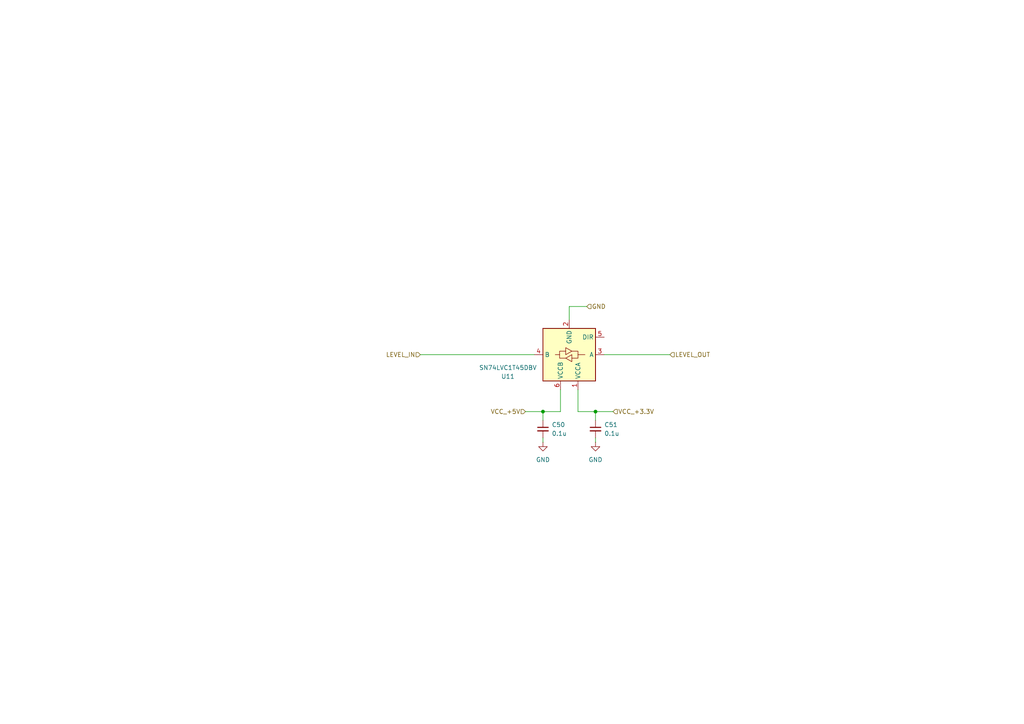
<source format=kicad_sch>
(kicad_sch (version 20231120) (generator "eeschema") (generator_version "8.0")
  (paper "A4")
  (lib_symbols
    (symbol "Device:C_Small" (pin_numbers hide) (pin_names (offset 0.254) hide)
      (property "Reference" "C" (at 0.254 1.778 0))
      (property "Value" "C_Small" (at 0.254 -2.032 0))
      (symbol "C_Small_0_1"
        (polyline (pts (xy -1.524 -0.508) (xy 1.524 -0.508)) (stroke (width 0.3302)))
        (polyline (pts (xy -1.524 0.508) (xy 1.524 0.508)) (stroke (width 0.3048)))
      )
      (symbol "C_Small_1_1"
        (pin passive line (at 0 2.54 270) (length 2.032) (name "~") (number "1"))
        (pin passive line (at 0 -2.54 90) (length 2.032) (name "~") (number "2"))
      )
    )
    (symbol "Logic_LevelTranslator:SN74LVC1T45DBV"
      (property "Reference" "U" (at -6.35 8.89 0))
      (property "Value" "SN74LVC1T45DBV" (at 3.81 8.89 0))
      (symbol "SN74LVC1T45DBV_0_1"
        (rectangle (start -7.62 7.62) (end 7.62 -7.62) (stroke (width 0.254)) (fill (type background)))
        (polyline (pts (xy -2.54 0) (xy -2.54 1.016) (xy -0.762 1.016)))
        (polyline (pts (xy 2.794 0) (xy 2.794 -1.016) (xy 1.016 -1.016)))
        (polyline (pts (xy -0.762 -1.016) (xy -2.54 -1.016) (xy -2.54 0) (xy -4.572 0)))
        (polyline (pts (xy -0.762 0) (xy -0.762 2.032) (xy 1.016 1.016) (xy -0.762 0)))
        (polyline (pts (xy 1.016 1.016) (xy 2.794 1.016) (xy 2.794 0) (xy 4.064 0)))
        (polyline (pts (xy 1.016 0) (xy 1.016 -1.778) (xy 1.016 -2.032) (xy -0.762 -1.016) (xy 1.016 0)))
      )
      (symbol "SN74LVC1T45DBV_1_1"
        (pin power_in line (at -2.54 10.16 270) (length 2.54) (name "VCCA") (number "1"))
        (pin power_in line (at 0 -10.16 90) (length 2.54) (name "GND") (number "2"))
        (pin bidirectional line (at -10.16 0 0) (length 2.54) (name "A") (number "3"))
        (pin bidirectional line (at 10.16 0 180) (length 2.54) (name "B") (number "4"))
        (pin input line (at -10.16 -5.08 0) (length 2.54) (name "DIR") (number "5"))
        (pin power_in line (at 2.54 10.16 270) (length 2.54) (name "VCCB") (number "6"))
      )
    )
    (symbol "power:GND" (power) (pin_numbers hide) (pin_names (offset 0) hide)
      (property "Value" "GND" (at 0 -3.81 0))
      (symbol "GND_0_1"
        (polyline (pts (xy 0 0) (xy 0 -1.27) (xy 1.27 -1.27) (xy 0 -2.54) (xy -1.27 -1.27) (xy 0 -1.27)))
      )
      (symbol "GND_1_1"
        (pin power_in line (at 0 0 270) (length 0) (name "~") (number "1"))
      )
    )
  )
  (junction (at 157.48 119.38))
  (junction (at 172.72 119.38))
  (wire (pts (xy 167.64 113.03) (xy 167.64 119.38)))
  (wire (pts (xy 175.26 102.87) (xy 194.31 102.87)))
  (wire (pts (xy 177.8 119.38) (xy 172.72 119.38)))
  (wire (pts (xy 165.1 88.9) (xy 165.1 92.71)))
  (wire (pts (xy 157.48 128.27) (xy 157.48 127)))
  (wire (pts (xy 157.48 121.92) (xy 157.48 119.38)))
  (wire (pts (xy 157.48 119.38) (xy 152.4 119.38)))
  (wire (pts (xy 172.72 119.38) (xy 167.64 119.38)))
  (wire (pts (xy 170.18 88.9) (xy 165.1 88.9)))
  (wire (pts (xy 172.72 121.92) (xy 172.72 119.38)))
  (wire (pts (xy 162.56 119.38) (xy 157.48 119.38)))
  (wire (pts (xy 162.56 113.03) (xy 162.56 119.38)))
  (wire (pts (xy 121.92 102.87) (xy 154.94 102.87)))
  (wire (pts (xy 172.72 127) (xy 172.72 128.27)))
  (hierarchical_label "LEVEL_OUT" (shape input) (at 194.31 102.87 0))
  (hierarchical_label "GND" (shape input) (at 170.18 88.9 0))
  (hierarchical_label "VCC_+3.3V" (shape input) (at 177.8 119.38 0))
  (hierarchical_label "VCC_+5V" (shape input) (at 152.4 119.38 180))
  (hierarchical_label "LEVEL_IN" (shape input) (at 121.92 102.87 180))
  (symbol (lib_id "Logic_LevelTranslator:SN74LVC1T45DBV") (at 165.1 102.87 180) (unit 1)
    (property "Reference" "U11" (at 147.32 109.1886 0))
    (property "Value" "SN74LVC1T45DBV" (at 147.32 106.6486 0))
    (property "Footprint" "Package_TO_SOT_SMD:SOT-23-6" (effects (hide yes)))
    (property "Datasheet" "http://www.ti.com/lit/ds/symlink/sn74lvc1t45.pdf" (effects (hide yes)))
    (property "Description" "Single-Bit Dual-Supply Bus Transceiver With Configurable Voltage Translation and 3-State Outputs, SOT-23-6" (effects (hide yes)))
    (instances (project "bellamu" (path "" (reference "U11") (unit 1)) (path "" (reference "U5") (unit 1))))
  )
  (symbol (lib_id "power:GND") (at 157.48 128.27 0) (unit 1)
    (property "Reference" "#PWR084" (effects (hide yes)))
    (property "Value" "GND" (at 157.48 133.35 0))
    (property "Description" "Power symbol creates a global label with name \"GND\" , ground" (effects (hide yes)))
    (instances (project "bellamu" (path "" (reference "#PWR084") (unit 1)) (path "" (reference "#PWR027") (unit 1))))
  )
  (symbol (lib_id "Device:C_Small") (at 172.72 124.46 0) (unit 1)
    (property "Reference" "C51" (at 175.26 123.1962 0) (effects (justify left)))
    (property "Value" "0.1u" (at 175.26 125.7362 0) (effects (justify left)))
    (property "Footprint" "Capacitor_SMD:C_0603_1608Metric" (effects (hide yes)))
    (property "Description" "Unpolarized capacitor, small symbol" (effects (hide yes)))
    (instances (project "bellamu" (path "" (reference "C51") (unit 1)) (path "" (reference "C25") (unit 1))))
  )
  (symbol (lib_id "Device:C_Small") (at 157.48 124.46 0) (unit 1)
    (property "Reference" "C50" (at 160.02 123.1962 0) (effects (justify left)))
    (property "Value" "0.1u" (at 160.02 125.7362 0) (effects (justify left)))
    (property "Footprint" "Capacitor_SMD:C_0603_1608Metric" (effects (hide yes)))
    (property "Description" "Unpolarized capacitor, small symbol" (effects (hide yes)))
    (instances (project "bellamu" (path "" (reference "C50") (unit 1)) (path "" (reference "C24") (unit 1))))
  )
  (symbol (lib_id "power:GND") (at 172.72 128.27 0) (unit 1)
    (property "Reference" "#PWR085" (effects (hide yes)))
    (property "Value" "GND" (at 172.72 133.35 0))
    (property "Description" "Power symbol creates a global label with name \"GND\" , ground" (effects (hide yes)))
    (instances (project "bellamu" (path "" (reference "#PWR085") (unit 1)) (path "" (reference "#PWR028") (unit 1))))
  )
)
</source>
